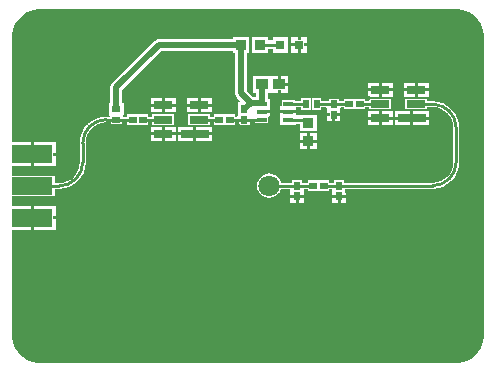
<source format=gbr>
G04*
G04 #@! TF.GenerationSoftware,Altium Limited,Altium Designer,24.9.1 (31)*
G04*
G04 Layer_Physical_Order=1*
G04 Layer_Color=255*
%FSLAX25Y25*%
%MOIN*%
G70*
G04*
G04 #@! TF.SameCoordinates,21B9ACB0-0D47-4127-AC64-11D31CE697AE*
G04*
G04*
G04 #@! TF.FilePolarity,Positive*
G04*
G01*
G75*
%ADD11C,0.01000*%
%ADD15R,0.03347X0.01575*%
%ADD16R,0.03937X0.03740*%
%ADD17R,0.02008X0.02874*%
%ADD18R,0.02441X0.02598*%
%ADD19R,0.03150X0.03150*%
%ADD20R,0.02598X0.02441*%
%ADD21R,0.02874X0.02008*%
%ADD22R,0.03543X0.03347*%
%ADD23R,0.13780X0.05906*%
%ADD24R,0.06299X0.02559*%
%ADD25R,0.09252X0.02559*%
%ADD26R,0.03347X0.03543*%
%ADD41C,0.01575*%
%ADD43C,0.00898*%
%ADD44C,0.01968*%
%ADD45C,0.07087*%
%ADD46C,0.21654*%
%ADD47C,0.01772*%
G36*
X187008Y118110D02*
X187977D01*
X189879Y117732D01*
X191670Y116990D01*
X193282Y115913D01*
X194653Y114542D01*
X195730Y112930D01*
X196472Y111139D01*
X196850Y109237D01*
X196850Y108268D01*
X196850Y108268D01*
X196850Y108268D01*
X196850Y9843D01*
X196850Y8873D01*
X196472Y6972D01*
X195730Y5180D01*
X194653Y3568D01*
X193282Y2197D01*
X191670Y1120D01*
X189879Y378D01*
X187977Y0D01*
X187008Y0D01*
X187008Y0D01*
X187008Y0D01*
X48243D01*
X46342Y378D01*
X44550Y1120D01*
X42938Y2197D01*
X41567Y3568D01*
X40490Y5180D01*
X39748Y6972D01*
X39370Y8873D01*
Y9843D01*
Y44472D01*
X45760D01*
Y45580D01*
X46760D01*
Y44472D01*
X54150D01*
Y47925D01*
X53042D01*
Y48925D01*
X54150D01*
Y52378D01*
X46760D01*
Y51270D01*
X45760D01*
Y52378D01*
X39370D01*
Y55602D01*
X53650D01*
Y58087D01*
X55118D01*
Y58063D01*
X56848Y58234D01*
X58511Y58738D01*
X60044Y59557D01*
X61387Y60660D01*
X62490Y62003D01*
X63309Y63536D01*
X63814Y65200D01*
X63984Y66929D01*
X63960D01*
Y73335D01*
X63959Y73341D01*
X64091Y74682D01*
X64484Y75978D01*
X65122Y77173D01*
X65981Y78219D01*
X67028Y79079D01*
X68222Y79717D01*
X69518Y80110D01*
X70860Y80242D01*
X70866Y80241D01*
X72276D01*
Y79705D01*
X76150D01*
Y80241D01*
X77866D01*
Y79488D01*
X84929D01*
Y80241D01*
X86137D01*
Y79429D01*
X93436D01*
Y82988D01*
X86137D01*
Y82176D01*
X84929D01*
Y82929D01*
X77866D01*
Y82176D01*
X76503D01*
X76415Y82264D01*
X76568Y82818D01*
X76602Y82827D01*
X76650D01*
Y86835D01*
X76236D01*
Y91091D01*
X89224Y104079D01*
X113173D01*
Y103331D01*
X113823D01*
Y89946D01*
X113977Y89172D01*
X114416Y88516D01*
X115497Y87434D01*
X115306Y86972D01*
X114682D01*
Y82374D01*
X114263Y82176D01*
X113768D01*
Y82929D01*
X106705D01*
Y82176D01*
X105444D01*
Y82988D01*
X98145D01*
Y79429D01*
X105444D01*
Y80241D01*
X106705D01*
Y79488D01*
X113768D01*
Y80241D01*
X115182D01*
Y79409D01*
X118623D01*
Y80241D01*
X120553D01*
Y79921D01*
X124899D01*
Y81980D01*
X125399D01*
Y83268D01*
X124292D01*
Y84268D01*
X125399D01*
Y84539D01*
Y88114D01*
X124661D01*
Y90043D01*
X128043D01*
Y91151D01*
X129043D01*
Y90043D01*
X131512D01*
Y92413D01*
X130404D01*
Y93413D01*
X131512D01*
Y95784D01*
X129043D01*
Y94676D01*
X128043D01*
Y95784D01*
X119669D01*
Y90043D01*
X120615D01*
Y88845D01*
X119809D01*
X117870Y90784D01*
Y103331D01*
X118520D01*
Y108874D01*
X113173D01*
Y108125D01*
X88386D01*
X87612Y107972D01*
X86955Y107533D01*
X72782Y93360D01*
X72343Y92703D01*
X72189Y91929D01*
Y86835D01*
X71776D01*
Y82827D01*
X71823D01*
X71857Y82818D01*
X72010Y82264D01*
X71922Y82176D01*
X70866D01*
Y82200D01*
X69137Y82030D01*
X67473Y81526D01*
X65941Y80706D01*
X64597Y79604D01*
X63494Y78260D01*
X62675Y76727D01*
X62171Y75064D01*
X62000Y73335D01*
X62024D01*
Y66929D01*
X62026Y66923D01*
X61893Y65581D01*
X61500Y64285D01*
X60862Y63091D01*
X60003Y62044D01*
X58956Y61185D01*
X57762Y60547D01*
X56466Y60154D01*
X55124Y60022D01*
X55118Y60023D01*
X53650D01*
Y62508D01*
X39370D01*
Y65732D01*
X45760D01*
Y66840D01*
X46760D01*
Y65732D01*
X54150D01*
Y69185D01*
X53042D01*
Y70185D01*
X54150D01*
Y73638D01*
X46760D01*
Y72530D01*
X45760D01*
Y73638D01*
X39370D01*
Y108268D01*
Y109237D01*
X39748Y111139D01*
X40490Y112930D01*
X41567Y114542D01*
X42938Y115913D01*
X44550Y116990D01*
X46342Y117732D01*
X48243Y118110D01*
X49213D01*
Y118110D01*
X187008Y118110D01*
D02*
G37*
%LPC*%
G36*
X137729Y108677D02*
X135654D01*
Y107570D01*
X134654D01*
Y108677D01*
X132580D01*
Y106602D01*
X133687D01*
Y105602D01*
X132580D01*
Y103528D01*
X134654D01*
Y104635D01*
X135654D01*
Y103528D01*
X137729D01*
Y105602D01*
X136622D01*
Y106602D01*
X137729D01*
Y108677D01*
D02*
G37*
G36*
X124622Y108874D02*
X119276D01*
Y103331D01*
X124622D01*
Y104573D01*
X126280D01*
Y103528D01*
X131430D01*
Y108677D01*
X126280D01*
Y107632D01*
X124622D01*
Y108874D01*
D02*
G37*
G36*
X178280Y93331D02*
X174631D01*
Y92223D01*
X173631D01*
Y93331D01*
X169981D01*
Y91551D01*
X171089D01*
Y90551D01*
X169981D01*
Y88772D01*
X173631D01*
Y89879D01*
X174631D01*
Y88772D01*
X178280D01*
Y90551D01*
X177173D01*
Y91551D01*
X178280D01*
Y93331D01*
D02*
G37*
G36*
X166273D02*
X162623D01*
Y92223D01*
X161623D01*
Y93331D01*
X157974D01*
Y91551D01*
X159081D01*
Y90551D01*
X157974D01*
Y88772D01*
X161623D01*
Y89879D01*
X162623D01*
Y88772D01*
X166273D01*
Y90551D01*
X165165D01*
Y91551D01*
X166273D01*
Y93331D01*
D02*
G37*
G36*
X138932Y88264D02*
X135924D01*
Y87295D01*
X133757D01*
Y87614D01*
X129411D01*
Y85555D01*
X128911D01*
Y84268D01*
X130019D01*
Y83268D01*
X128911D01*
Y81980D01*
Y79421D01*
X134257D01*
Y79679D01*
X135424D01*
Y77377D01*
X140967D01*
Y82723D01*
X137110D01*
X137037Y82738D01*
X134257D01*
Y83268D01*
X133150D01*
Y84268D01*
X134257D01*
Y85359D01*
X135924D01*
Y84390D01*
X138932D01*
Y88264D01*
D02*
G37*
G36*
X105944Y88213D02*
X102295D01*
Y87105D01*
X101295D01*
Y88213D01*
X97645D01*
Y86433D01*
X98753D01*
Y85433D01*
X97645D01*
Y83653D01*
X101295D01*
Y84761D01*
X102295D01*
Y83653D01*
X105944D01*
Y85433D01*
X104837D01*
Y86433D01*
X105944D01*
Y88213D01*
D02*
G37*
G36*
X93936D02*
X90287D01*
Y87105D01*
X89287D01*
Y88213D01*
X85637D01*
Y86433D01*
X86745D01*
Y85433D01*
X85637D01*
Y83653D01*
X89287D01*
Y84761D01*
X90287D01*
Y83653D01*
X93936D01*
Y85433D01*
X92829D01*
Y86433D01*
X93936D01*
Y88213D01*
D02*
G37*
G36*
X142554Y88264D02*
X139546D01*
Y84390D01*
X142554D01*
Y85359D01*
X144015D01*
X144433Y85161D01*
Y83362D01*
X145541D01*
Y82362D01*
X144433D01*
Y80563D01*
X146153D01*
Y81671D01*
X147153D01*
Y80563D01*
X148874D01*
Y82362D01*
X147766D01*
Y83362D01*
X148874D01*
Y85161D01*
X149292Y85359D01*
X150029D01*
Y84606D01*
X157092D01*
Y85359D01*
X158474D01*
Y84547D01*
X165773D01*
Y88106D01*
X158474D01*
Y87295D01*
X157092D01*
Y88047D01*
X150029D01*
Y87295D01*
X148374D01*
Y88126D01*
X144933D01*
Y87295D01*
X142554D01*
Y88264D01*
D02*
G37*
G36*
X178280Y83882D02*
X173154D01*
Y82774D01*
X172154D01*
Y83882D01*
X167029D01*
Y82102D01*
X168136D01*
Y81102D01*
X167029D01*
Y79323D01*
X172154D01*
Y80430D01*
X173154D01*
Y79323D01*
X178280D01*
Y81102D01*
X177173D01*
Y82102D01*
X178280D01*
Y83882D01*
D02*
G37*
G36*
X166273D02*
X162623D01*
Y82774D01*
X161623D01*
Y83882D01*
X157974D01*
Y82102D01*
X159081D01*
Y81102D01*
X157974D01*
Y79323D01*
X161623D01*
Y80430D01*
X162623D01*
Y79323D01*
X166273D01*
Y81102D01*
X165165D01*
Y82102D01*
X166273D01*
Y83882D01*
D02*
G37*
G36*
X105944Y78764D02*
X100818D01*
Y77656D01*
X99818D01*
Y78764D01*
X94692D01*
Y76984D01*
X95800D01*
Y75984D01*
X94692D01*
Y74205D01*
X99818D01*
Y75312D01*
X100818D01*
Y74205D01*
X105944D01*
Y75984D01*
X104837D01*
Y76984D01*
X105944D01*
Y78764D01*
D02*
G37*
G36*
X93936D02*
X90287D01*
Y77656D01*
X89287D01*
Y78764D01*
X85637D01*
Y76984D01*
X86745D01*
Y75984D01*
X85637D01*
Y74205D01*
X89287D01*
Y75312D01*
X90287D01*
Y74205D01*
X93936D01*
Y75984D01*
X92829D01*
Y76984D01*
X93936D01*
Y78764D01*
D02*
G37*
G36*
X140967Y76621D02*
X138695D01*
Y75513D01*
X137695D01*
Y76621D01*
X135424D01*
Y74448D01*
X136531D01*
Y73448D01*
X135424D01*
Y71275D01*
X137695D01*
Y72382D01*
X138695D01*
Y71275D01*
X140967D01*
Y73448D01*
X139859D01*
Y74448D01*
X140967D01*
Y76621D01*
D02*
G37*
G36*
X177780Y88106D02*
X170481D01*
Y84547D01*
X177780D01*
Y85359D01*
X179634D01*
X179640Y85360D01*
X180982Y85228D01*
X182278Y84835D01*
X183472Y84197D01*
X184519Y83338D01*
X185378Y82291D01*
X186016Y81096D01*
X186409Y79800D01*
X186541Y78459D01*
X186540Y78453D01*
Y67035D01*
X186541Y67029D01*
X186409Y65688D01*
X186016Y64392D01*
X185378Y63197D01*
X184519Y62151D01*
X183472Y61291D01*
X182278Y60653D01*
X180982Y60260D01*
X179640Y60128D01*
X179634Y60129D01*
X150162D01*
Y60961D01*
X146721D01*
Y60129D01*
X145067D01*
Y60882D01*
X138004D01*
Y60129D01*
X136169D01*
Y60961D01*
X132728D01*
Y60129D01*
X129148D01*
X129136Y60217D01*
X128729Y61200D01*
X128081Y62045D01*
X127236Y62693D01*
X126252Y63101D01*
X125197Y63240D01*
X124141Y63101D01*
X123158Y62693D01*
X122313Y62045D01*
X121665Y61200D01*
X121258Y60217D01*
X121119Y59161D01*
X121258Y58106D01*
X121665Y57122D01*
X122313Y56278D01*
X123158Y55630D01*
X124141Y55222D01*
X125197Y55083D01*
X126252Y55222D01*
X127236Y55630D01*
X128081Y56278D01*
X128729Y57122D01*
X129136Y58106D01*
X129148Y58194D01*
X131810D01*
X132228Y57996D01*
Y56197D01*
X133336D01*
Y55197D01*
X132228D01*
Y53398D01*
X133949D01*
Y54505D01*
X134949D01*
Y53398D01*
X136669D01*
Y55197D01*
X135562D01*
Y56197D01*
X136669D01*
Y57996D01*
X137087Y58194D01*
X138004D01*
Y57441D01*
X145067D01*
Y58194D01*
X145803D01*
X146221Y57996D01*
Y56197D01*
X147329D01*
Y55197D01*
X146221D01*
Y53398D01*
X147942D01*
Y54505D01*
X148942D01*
Y53398D01*
X150662D01*
Y55197D01*
X149555D01*
Y56197D01*
X150662D01*
Y57996D01*
X151081Y58194D01*
X179634D01*
Y58170D01*
X181363Y58340D01*
X183027Y58845D01*
X184559Y59664D01*
X185903Y60766D01*
X187005Y62110D01*
X187825Y63643D01*
X188329Y65306D01*
X188500Y67035D01*
X188476D01*
Y78453D01*
X188500D01*
X188329Y80182D01*
X187825Y81846D01*
X187005Y83378D01*
X185903Y84722D01*
X184559Y85824D01*
X183027Y86644D01*
X181363Y87148D01*
X179634Y87319D01*
Y87295D01*
X177780D01*
Y88106D01*
D02*
G37*
%LPD*%
D11*
X138195Y80050D02*
G03*
X137037Y81209I-1158J0D01*
G01*
X122343Y106102D02*
X128855D01*
X131584Y81209D02*
X137037D01*
D15*
X122726Y86327D02*
D03*
Y83768D02*
D03*
Y81209D02*
D03*
X131584Y86327D02*
D03*
Y83768D02*
D03*
Y81209D02*
D03*
D16*
X128543Y92913D02*
D03*
X122638D02*
D03*
D17*
X137428Y86327D02*
D03*
X141050D02*
D03*
D18*
X116902Y84673D02*
D03*
Y81209D02*
D03*
X146653Y82862D02*
D03*
Y86327D02*
D03*
X148442Y59161D02*
D03*
Y55697D02*
D03*
X134449Y59161D02*
D03*
Y55697D02*
D03*
D19*
X128855Y106102D02*
D03*
X135154D02*
D03*
D20*
X79665Y81209D02*
D03*
X83130D02*
D03*
X151828Y86327D02*
D03*
X155292D02*
D03*
X139803Y59161D02*
D03*
X143268D02*
D03*
X108504Y81209D02*
D03*
X111969D02*
D03*
D21*
X74213Y84831D02*
D03*
Y81209D02*
D03*
D22*
X138195Y73948D02*
D03*
Y80050D02*
D03*
D23*
X46260Y59055D02*
D03*
Y69685D02*
D03*
Y48425D02*
D03*
D24*
X101795Y81209D02*
D03*
Y85933D02*
D03*
X89787D02*
D03*
Y81209D02*
D03*
Y76484D02*
D03*
X174131Y86327D02*
D03*
Y91051D02*
D03*
X162123D02*
D03*
Y86327D02*
D03*
Y81602D02*
D03*
D25*
X100318Y76484D02*
D03*
X172654Y81602D02*
D03*
D26*
X121949Y106102D02*
D03*
X115847D02*
D03*
D41*
X169747Y88000D02*
D03*
X169669Y85426D02*
D03*
X179209Y84528D02*
D03*
X181755Y84144D02*
D03*
X183931Y82768D02*
D03*
X185318Y80599D02*
D03*
X185709Y78054D02*
D03*
Y75479D02*
D03*
Y72904D02*
D03*
Y70329D02*
D03*
Y67755D02*
D03*
X185411Y65197D02*
D03*
X184133Y62962D02*
D03*
X182048Y61452D02*
D03*
X179520Y60960D02*
D03*
X176945D02*
D03*
X174371D02*
D03*
X171796D02*
D03*
X169221D02*
D03*
X166646D02*
D03*
X164072D02*
D03*
X161497D02*
D03*
X158922D02*
D03*
X156347D02*
D03*
X153772D02*
D03*
X151198D02*
D03*
X148755Y61773D02*
D03*
X146226Y61288D02*
D03*
X143683Y61695D02*
D03*
X141109Y61693D02*
D03*
X138534Y61695D02*
D03*
X135959Y61716D02*
D03*
X133385Y61773D02*
D03*
X130942Y60960D02*
D03*
X128819Y62417D02*
D03*
X126655Y63813D02*
D03*
X124083Y63909D02*
D03*
X121823Y62675D02*
D03*
X120507Y60462D02*
D03*
X120502Y57887D02*
D03*
X121806Y55667D02*
D03*
X124060Y54422D02*
D03*
X126633Y54500D02*
D03*
X128804Y55885D02*
D03*
X130913Y57363D02*
D03*
X138505Y56628D02*
D03*
X141079D02*
D03*
X143654D02*
D03*
X151146Y57363D02*
D03*
X153721D02*
D03*
X156296D02*
D03*
X158871D02*
D03*
X161445D02*
D03*
X164020D02*
D03*
X166595D02*
D03*
X169170D02*
D03*
X171745D02*
D03*
X174319D02*
D03*
X176894D02*
D03*
X179469D02*
D03*
X182023Y57691D02*
D03*
X184408Y58661D02*
D03*
X186465Y60209D02*
D03*
X188012Y62268D02*
D03*
X188981Y64653D02*
D03*
X189307Y67207D02*
D03*
Y69782D02*
D03*
Y72357D02*
D03*
Y74932D02*
D03*
Y77507D02*
D03*
X189156Y80077D02*
D03*
X188379Y82532D02*
D03*
X186978Y84692D02*
D03*
X185084Y86437D02*
D03*
X182773Y87570D02*
D03*
X180248Y88075D02*
D03*
X112636Y83742D02*
D03*
X110061Y83690D02*
D03*
X107487Y83742D02*
D03*
X97393Y82794D02*
D03*
X97333Y80220D02*
D03*
X107070Y78702D02*
D03*
X109644Y78676D02*
D03*
X112219D02*
D03*
X114778Y78965D02*
D03*
X117326Y78597D02*
D03*
X119769Y79410D02*
D03*
X122326Y79109D02*
D03*
X124899Y79208D02*
D03*
X125712Y81651D02*
D03*
X83866Y83742D02*
D03*
X81292Y83677D02*
D03*
X78718Y83742D02*
D03*
X71069Y83007D02*
D03*
X68513Y82690D02*
D03*
X66126Y81727D02*
D03*
X64060Y80190D02*
D03*
X62507Y78136D02*
D03*
X61531Y75754D02*
D03*
X61193Y73201D02*
D03*
Y70626D02*
D03*
Y68051D02*
D03*
X61014Y65483D02*
D03*
X59878Y63173D02*
D03*
X57889Y61537D02*
D03*
X55404Y60866D02*
D03*
X53973Y63006D02*
D03*
X51417Y63320D02*
D03*
X48842D02*
D03*
X46268D02*
D03*
X43693D02*
D03*
X41118D02*
D03*
X40833Y54790D02*
D03*
X43408D02*
D03*
X45983D02*
D03*
X48558D02*
D03*
X51133D02*
D03*
X53704Y54924D02*
D03*
X54795Y57256D02*
D03*
X57355Y57538D02*
D03*
X59751Y58480D02*
D03*
X61842Y59982D02*
D03*
X63419Y62018D02*
D03*
X64417Y64391D02*
D03*
X64792Y66938D02*
D03*
X64791Y69513D02*
D03*
Y72088D02*
D03*
X64933Y74659D02*
D03*
X66024Y76991D02*
D03*
X67980Y78666D02*
D03*
X70452Y79386D02*
D03*
X72979Y78892D02*
D03*
X75554D02*
D03*
X78123Y78724D02*
D03*
X80698Y78676D02*
D03*
X83272D02*
D03*
X94249Y81257D02*
D03*
X137695Y89076D02*
D03*
X135238Y88306D02*
D03*
X132666Y88427D02*
D03*
X130091D02*
D03*
X128598Y86329D02*
D03*
X135232Y84357D02*
D03*
X137686Y83577D02*
D03*
X140260D02*
D03*
X142820Y83854D02*
D03*
X150541Y83794D02*
D03*
X153115D02*
D03*
X155690D02*
D03*
X166585Y86457D02*
D03*
X157958Y88403D02*
D03*
X155424Y88860D02*
D03*
X152849D02*
D03*
X150275Y88809D02*
D03*
X147703Y88939D02*
D03*
X145129Y88878D02*
D03*
X142556Y88977D02*
D03*
D43*
X55118Y59055D02*
G03*
X62992Y66929I0J7874D01*
G01*
X70866Y81209D02*
G03*
X62992Y73335I0J-7874D01*
G01*
X187508Y78453D02*
G03*
X179634Y86327I-7874J0D01*
G01*
Y59161D02*
G03*
X187508Y67035I0J7874D01*
G01*
X125250Y59161D02*
X134396D01*
X125197Y59055D02*
X125250Y59108D01*
X134396D02*
X134449Y59161D01*
X139803D01*
X46260Y59055D02*
X55118D01*
X46260Y59055D02*
X46260Y59055D01*
X62992Y66929D02*
Y73335D01*
X70866Y81209D02*
X74213D01*
X187508Y67035D02*
Y78453D01*
X174131Y86327D02*
X179634D01*
X174131Y86327D02*
Y86327D01*
X148442Y59161D02*
X179634D01*
X143268D02*
X148442D01*
X146653Y86327D02*
X146653Y86327D01*
X151828D01*
X141050Y86327D02*
X146653D01*
X141050Y86327D02*
X141050Y86327D01*
X111969Y81209D02*
X116902D01*
X111969Y81209D02*
X111969Y81209D01*
X122726D02*
X122726Y81209D01*
X116902Y81209D02*
X122726D01*
X101795Y81209D02*
X108504D01*
X83130D02*
X89787D01*
X74213D02*
X79665D01*
X155292Y86327D02*
X162123D01*
X131584D02*
X137428D01*
D44*
X122638Y87132D02*
Y92913D01*
X118972Y86821D02*
X122949D01*
X122638Y87132D02*
X122949Y86821D01*
X74213Y84831D02*
Y91929D01*
X88386Y106102D02*
X115847D01*
X74213Y91929D02*
X88386Y106102D01*
X115847Y89946D02*
X118972Y86821D01*
X115847Y89946D02*
Y106102D01*
X116902Y84673D02*
Y84752D01*
X118972Y86821D01*
D45*
X125197Y59161D02*
D03*
D46*
X183071Y104331D02*
D03*
X53150Y13780D02*
D03*
X183071D02*
D03*
X53150Y104331D02*
D03*
D47*
X194882Y94488D02*
D03*
Y70866D02*
D03*
X188976Y59055D02*
D03*
X194882Y47244D02*
D03*
X188976Y35433D02*
D03*
X194882Y23622D02*
D03*
X183071Y70866D02*
D03*
Y47244D02*
D03*
X177165Y35433D02*
D03*
X165354Y106299D02*
D03*
X171260Y94488D02*
D03*
Y70866D02*
D03*
Y47244D02*
D03*
X165354Y35433D02*
D03*
X171260Y23622D02*
D03*
X165354Y11811D02*
D03*
X153543Y106299D02*
D03*
X159449Y94488D02*
D03*
Y70866D02*
D03*
Y47244D02*
D03*
X153543Y35433D02*
D03*
X159449Y23622D02*
D03*
X153543Y11811D02*
D03*
X141732Y106299D02*
D03*
X147638Y94488D02*
D03*
Y70866D02*
D03*
Y47244D02*
D03*
X141732Y35433D02*
D03*
X147638Y23622D02*
D03*
X141732Y11811D02*
D03*
X135827Y94488D02*
D03*
Y70866D02*
D03*
Y47244D02*
D03*
X129921Y35433D02*
D03*
X135827Y23622D02*
D03*
X129921Y11811D02*
D03*
X124016Y70866D02*
D03*
X118110Y59055D02*
D03*
X124016Y47244D02*
D03*
X118110Y35433D02*
D03*
X124016Y23622D02*
D03*
X118110Y11811D02*
D03*
X112205Y94488D02*
D03*
Y70866D02*
D03*
X106299Y59055D02*
D03*
X112205Y47244D02*
D03*
X106299Y35433D02*
D03*
X112205Y23622D02*
D03*
X106299Y11811D02*
D03*
X100394Y94488D02*
D03*
Y70866D02*
D03*
X94488Y59055D02*
D03*
X100394Y47244D02*
D03*
X94488Y35433D02*
D03*
X100394Y23622D02*
D03*
X94488Y11811D02*
D03*
X82677Y106299D02*
D03*
X88583Y94488D02*
D03*
Y70866D02*
D03*
X82677Y59055D02*
D03*
X88583Y47244D02*
D03*
X82677Y35433D02*
D03*
X88583Y23622D02*
D03*
X82677Y11811D02*
D03*
X70866Y106299D02*
D03*
X76772Y70866D02*
D03*
X70866Y59055D02*
D03*
X76772Y47244D02*
D03*
X70866Y35433D02*
D03*
X76772Y23622D02*
D03*
X70866Y11811D02*
D03*
X64961Y94488D02*
D03*
X59055Y82677D02*
D03*
X64961Y47244D02*
D03*
X59055Y35433D02*
D03*
X64961Y23622D02*
D03*
X47244Y82677D02*
D03*
Y35433D02*
D03*
M02*

</source>
